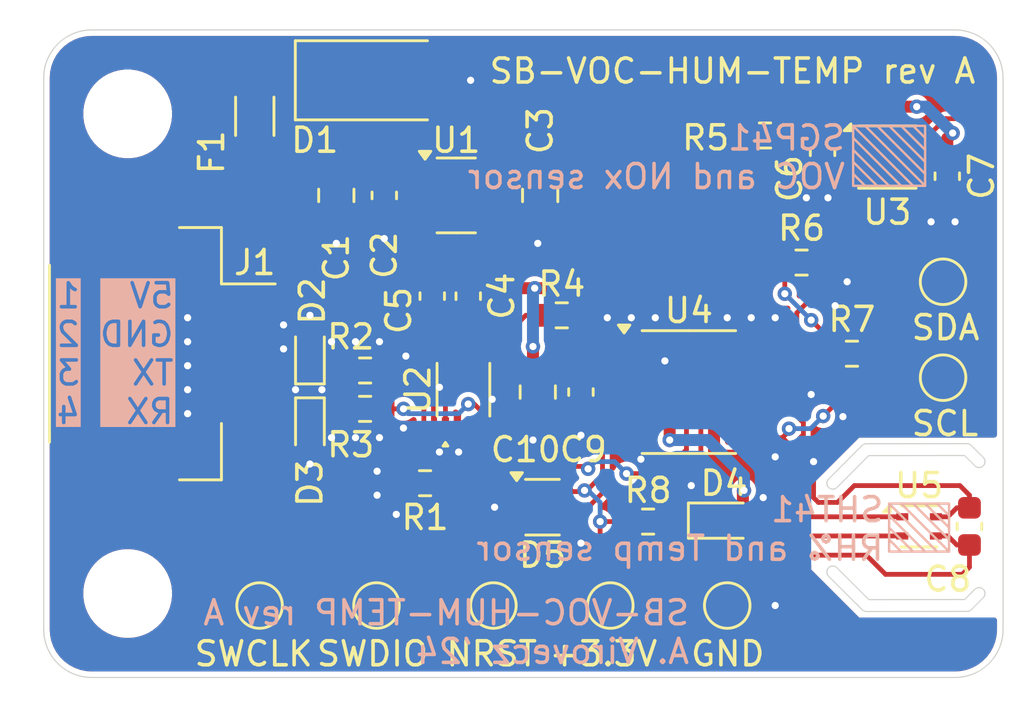
<source format=kicad_pcb>
(kicad_pcb (version 20240108) (generator "pcbnew") (generator_version "8.0")
  (title_block (title "VOC, Humidity and Temp. Sensor Board") (date "2024-03-29") (rev "A") (comment 1 "Designed by Adam Virovecz"))
  (layers (0 "F.Cu" signal) (31 "B.Cu" signal) (34 "B.Paste" user) (35 "F.Paste" user) (36 "B.SilkS" user "B.Silkscreen") (37 "F.SilkS" user "F.Silkscreen") (38 "B.Mask" user) (39 "F.Mask" user) (44 "Edge.Cuts" user))
  (net 0 "")
  (net 1 "+3.3V")
  (net 2 "GND")
  (net 3 "+5V")
  (net 4 "/UART_TX_SWCLK")
  (net 5 "/NRST_LED")
  (net 6 "/EXT_TX")
  (net 7 "/SWDIO")
  (net 8 "/5V_IN")
  (net 9 "/UART_RX")
  (net 10 "/EXT_RX")
  (net 11 "/I2C_SDA")
  (net 12 "/I2C_SCL")
  (net 13 "Net-(U3-VDD)")
  (net 14 "Net-(D4-K)")
  (net 16 "Net-(U2-A1)")
  (net 17 "Net-(U2-B1Y)")
  (net 18 "Net-(U2-A2Y)")
  (net 19 "Net-(U2-B2)")
  (footprint "Diode_SMD:D_SMA" (layer "F.Cu") (at 44 32.1)
    (property "Reference" "D1")
    (property "Value" "SMAJ5.0A")
  )
  (footprint "Resistor_SMD:R_0603_1608Metric" (layer "F.Cu") (at 43.4 45.8)
    (property "Reference" "R3")
    (property "Value" "10 Ω")
  )
  (footprint "TestPoint:TestPoint_Pad_D1.5mm" (layer "F.Cu") (at 53.625 54)
    (property "Reference" "TP1" (hide yes))
    (property "Value" "+3.3V")
  )
  (footprint "Capacitor_SMD:C_0603_1608Metric" (layer "F.Cu") (at 47.7 41.1 90)
    (property "Reference" "C4")
    (property "Value" "100 nF")
  )
  (footprint "Capacitor_SMD:C_0805_2012Metric" (layer "F.Cu") (at 42.2 36.9 -90)
    (property "Reference" "C1")
    (property "Value" "10 µF")
  )
  (footprint "Resistor_SMD:R_0603_1608Metric" (layer "F.Cu") (at 60.075 34.4)
    (property "Reference" "R5")
    (property "Value" "4.7 Ω")
  )
  (footprint "Resistor_SMD:R_0603_1608Metric" (layer "F.Cu") (at 43.4 44.2 180)
    (property "Reference" "R2")
    (property "Value" "10 Ω")
  )
  (footprint "Resistor_SMD:R_0603_1608Metric" (layer "F.Cu") (at 55.2 50.5 180)
    (property "Reference" "R8")
    (property "Value" "680 Ω")
  )
  (footprint "Diode_SMD:D_SOD-523" (layer "F.Cu") (at 41.1 46.6 -90)
    (property "Reference" "D3")
    (property "Value" "ESD5Z5.0T5G")
  )
  (footprint "Diode_SMD:D_SOD-523" (layer "F.Cu") (at 41.1 43.5 90)
    (property "Reference" "D2")
    (property "Value" "ESD5Z5.0T5G")
  )
  (footprint "Capacitor_SMD:C_0603_1608Metric" (layer "F.Cu") (at 46.2 41.1 90)
    (property "Reference" "C5")
    (property "Value" "100 nF")
  )
  (footprint "Capacitor_SMD:C_0603_1608Metric" (layer "F.Cu") (at 68.6 50.7 90)
    (property "Reference" "C8")
    (property "Value" "1 µF")
  )
  (footprint "TestPoint:TestPoint_Pad_D1.5mm" (layer "F.Cu") (at 58.5 54)
    (property "Reference" "TP5" (hide yes))
    (property "Value" "GND")
  )
  (footprint "Sensor_Humidity:Sensirion_DFN-4_1.5x1.5mm_P0.8mm_SHT4x_NoCentralPad" (layer "F.Cu") (at 66.5 50.7)
    (property "Reference" "U5")
    (property "Value" "SHT4x")
  )
  (footprint "LED_SMD:LED_0603_1608Metric" (layer "F.Cu") (at 58.365 50.46)
    (property "Reference" "D4")
    (property "Value" "150060VS75000")
  )
  (footprint "Connector_Molex_CLIK-Mate:Molex_CLIK_Mate_213226_0410_1x04_1MP_P1.50mm_Horizontal" (layer "F.Cu") (at 35.625 43.5 -90)
    (property "Reference" "J1")
    (property "Value" "Main_Connector")
  )
  (footprint "Fuse_Littelfuse:Fuse_LittelFuse_nanoSMDC_Series" (layer "F.Cu") (at 38.8 33.6 90)
    (property "Reference" "F1")
    (property "Value" "0.35A PPTC")
  )
  (footprint "Capacitor_SMD:C_0603_1608Metric" (layer "F.Cu") (at 62.475 35.1 -90)
    (property "Reference" "C6")
    (property "Value" "1 µF")
  )
  (footprint "Resistor_SMD:R_0603_1608Metric" (layer "F.Cu") (at 61.6 39.7)
    (property "Reference" "R6")
    (property "Value" "10k")
  )
  (footprint "Capacitor_SMD:C_0603_1608Metric" (layer "F.Cu") (at 44.2 36.9 -90)
    (property "Reference" "C2")
    (property "Value" "1 µF")
  )
  (footprint "TestPoint:TestPoint_Pad_D1.5mm" (layer "F.Cu") (at 43.875 54)
    (property "Reference" "TP3" (hide yes))
    (property "Value" "SWDIO")
  )
  (footprint "Capacitor_SMD:C_0805_2012Metric" (layer "F.Cu") (at 50.6 45.1 -90)
    (property "Reference" "C10")
    (property "Value" "4.7 µF")
  )
  (footprint "MountingHole:MountingHole_3.2mm_M3_ISO7380" (layer "F.Cu") (at 33.5 33.5)
    (property "Reference" "H1" (hide yes))
    (property "Value" "MountingHole")
  )
  (footprint "Capacitor_SMD:C_0805_2012Metric" (layer "F.Cu") (at 50.7 36.9 -90)
    (property "Reference" "C3")
    (property "Value" "4.7 µF")
  )
  (footprint "TestPoint:TestPoint_Pad_D1.5mm" (layer "F.Cu") (at 67.5 44.5)
    (property "Reference" "TP6" (hide yes))
    (property "Value" "SCL")
  )
  (footprint "TestPoint:TestPoint_Pad_D1.5mm" (layer "F.Cu") (at 48.75 54)
    (property "Reference" "TP4" (hide yes))
    (property "Value" "NRST")
  )
  (footprint "Package_SO:VSSOP-8_2.3x2mm_P0.5mm" (layer "F.Cu") (at 47.5 45 90)
    (property "Reference" "U2")
    (property "Value" "TXU0202DCUR")
  )
  (footprint "Package_SO:SOIC-8_3.9x4.9mm_P1.27mm" (layer "F.Cu") (at 56.9 45.1)
    (property "Reference" "U4")
    (property "Value" "STM32G030J6Mx")
  )
  (footprint "Package_DFN_QFN_Custom:DFN-6-1EP_2.44x2.44mm_P0.8mm_EP1.25x1.64mm" (layer "F.Cu") (at 65.175 35.3)
    (property "Reference" "U3")
    (property "Value" "SGP41-D-R4")
  )
  (footprint "Package_TO_SOT_SMD:SOT-353_SC-70-5" (layer "F.Cu") (at 50.8 49.9)
    (property "Reference" "D5")
    (property "Value" "ESDALC6V1W5")
  )
  (footprint "Resistor_SMD:R_0603_1608Metric" (layer "F.Cu") (at 63.7 43.5)
    (property "Reference" "R7")
    (property "Value" "10k")
  )
  (footprint "TestPoint:TestPoint_Pad_D1.5mm" (layer "F.Cu") (at 67.5 40.5)
    (property "Reference" "TP7" (hide yes))
    (property "Value" "SDA")
  )
  (footprint "TestPoint:TestPoint_Pad_D1.5mm" (layer "F.Cu") (at 39 54)
    (property "Reference" "TP2" (hide yes))
    (property "Value" "SWCLK")
  )
  (footprint "Capacitor_SMD:C_0603_1608Metric" (layer "F.Cu") (at 52.4 45.1 -90)
    (property "Reference" "C9")
    (property "Value" "100 nF")
  )
  (footprint "Resistor_SMD:R_0603_1608Metric" (layer "F.Cu") (at 51.6 41.9)
    (property "Reference" "R4")
    (property "Value" "10 Ω")
  )
  (footprint "Capacitor_SMD:C_0603_1608Metric" (layer "F.Cu") (at 67.675 36.1 -90)
    (property "Reference" "C7")
    (property "Value" "1 µF")
  )
  (footprint "Resistor_SMD:R_0603_1608Metric" (layer "F.Cu") (at 45.9 48.9 180)
    (property "Reference" "R1")
    (property "Value" "10 Ω")
  )
  (footprint "Package_TO_SOT_SMD:SOT-23-5" (layer "F.Cu") (at 47.2 36.9)
    (property "Reference" "U1")
    (property "Value" "TPS7A2033PDBVR")
  )
  (footprint "MountingHole:MountingHole_3.2mm_M3_ISO7380" (layer "F.Cu") (at 33.5 53.5)
    (property "Reference" "H2" (hide yes))
    (property "Value" "MountingHole")
  )
  (gr_line (start 65.75 49.75) (end 67.75 51.75) (stroke (width 0.1)) (layer "B.SilkS"))
  (gr_rect (start 65.25 49.75) (end 67.75 51.75) (stroke (width 0.1)) (fill none) (layer "B.SilkS"))
  (gr_line (start 63.75 36) (end 64.25 36.5) (stroke (width 0.1)) (layer "B.SilkS"))
  (gr_line (start 64.25 34) (end 66.75 36.5) (stroke (width 0.1)) (layer "B.SilkS"))
  (gr_line (start 65.75 34) (end 66.75 35) (stroke (width 0.1)) (layer "B.SilkS"))
  (gr_line (start 66.25 34) (end 66.75 34.5) (stroke (width 0.1)) (layer "B.SilkS"))
  (gr_line (start 66.25 49.75) (end 67.75 51.25) (stroke (width 0.1)) (layer "B.SilkS"))
  (gr_line (start 65.25 50.75) (end 66.25 51.75) (stroke (width 0.1)) (layer "B.SilkS"))
  (gr_line (start 65.25 34) (end 66.75 35.5) (stroke (width 0.1)) (layer "B.SilkS"))
  (gr_line (start 66.75 49.75) (end 67.75 50.75) (stroke (width 0.1)) (layer "B.SilkS"))
  (gr_line (start 63.75 34.5) (end 65.75 36.5) (stroke (width 0.1)) (layer "B.SilkS"))
  (gr_line (start 67.25 49.75) (end 67.75 50.25) (stroke (width 0.1)) (layer "B.SilkS"))
  (gr_line (start 64.75 34) (end 66.75 36) (stroke (width 0.1)) (layer "B.SilkS"))
  (gr_line (start 63.75 35.5) (end 64.75 36.5) (stroke (width 0.1)) (layer "B.SilkS"))
  (gr_line (start 65.25 50.25) (end 66.75 51.75) (stroke (width 0.1)) (layer "B.SilkS"))
  (gr_line (start 63.75 34) (end 66.25 36.5) (stroke (width 0.1)) (layer "B.SilkS"))
  (gr_line (start 65.25 49.75) (end 67.25 51.75) (stroke (width 0.1)) (layer "B.SilkS"))
  (gr_line (start 63.75 35) (end 65.25 36.5) (stroke (width 0.1)) (layer "B.SilkS"))
  (gr_line (start 65.25 51.25) (end 65.75 51.75) (stroke (width 0.1)) (layer "B.SilkS"))
  (gr_rect (start 63.75 34) (end 66.75 36.5) (stroke (width 0.1)) (fill none) (layer "B.SilkS"))
  (gr_arc (start 68 30) (mid 69.414214 30.585786) (end 70 32) (stroke (width 0.05)) (layer "Edge.Cuts"))
  (gr_poly (pts (xy 63.038892 52.392133) (xy 64.407855 53.754626) (xy 68.401727 53.750111) (xy 68.823223 53.323223) (xy 68.861108 53.292132) (xy 68.951228 53.254803) (xy 69.048772 53.254803) (xy 69.138892 53.292132) (xy 69.207868 53.361108) (xy 69.245197 53.451228) (xy 69.245197 53.548772) (xy 69.207868 53.638892) (xy 68.676777 54.176777) (xy 68.638897 54.207862) (xy 68.638893 54.207867) (xy 68.548773 54.245196) (xy 64.3 54.25) (xy 64.251227 54.245196) (xy 64.161107 54.207867) (xy 64.160896 54.207656) (xy 62.723223 52.776777) (xy 62.692133 52.738892) (xy 62.654804 52.648772) (xy 62.654804 52.551228) (xy 62.692133 52.461108) (xy 62.761108 52.392133) (xy 62.851228 52.354804) (xy 62.948772 52.354804)) (stroke (width 0.05)) (fill none) (layer "Edge.Cuts"))
  (gr_arc (start 70 55) (mid 69.414214 56.414214) (end 68 57) (stroke (width 0.05)) (layer "Edge.Cuts"))
  (gr_poly (pts (xy 68.548773 47.254804) (xy 68.638893 47.292133) (xy 68.638971 47.292211) (xy 69.176777 47.823223) (xy 69.207868 47.861108) (xy 69.245197 47.951228) (xy 69.245197 48.048772) (xy 69.207868 48.138892) (xy 69.138892 48.207868) (xy 69.048772 48.245197) (xy 68.951228 48.245197) (xy 68.861108 48.207868) (xy 68.392695 47.745372) (xy 64.397393 47.749889) (xy 63.076777 49.076777) (xy 63.038892 49.107867) (xy 62.948772 49.145196) (xy 62.851228 49.145196) (xy 62.761108 49.107867) (xy 62.692133 49.038892) (xy 62.654804 48.948772) (xy 62.654804 48.851228) (xy 62.692133 48.761108) (xy 64.123223 47.323223) (xy 64.161102 47.292137) (xy 64.161107 47.292133) (xy 64.251227 47.254804) (xy 68.5 47.25)) (stroke (width 0.05)) (fill none) (layer "Edge.Cuts"))
  (gr_arc (start 30 32) (mid 30.585786 30.585786) (end 32 30) (stroke (width 0.05)) (layer "Edge.Cuts"))
  (gr_line (start 30 55) (end 30 32) (stroke (width 0.05)) (layer "Edge.Cuts"))
  (gr_line (start 70 32) (end 70 55) (stroke (width 0.05)) (layer "Edge.Cuts"))
  (gr_arc (start 32 57) (mid 30.585786 56.414214) (end 30 55) (stroke (width 0.05)) (layer "Edge.Cuts"))
  (gr_line (start 32 30) (end 68 30) (stroke (width 0.05)) (layer "Edge.Cuts"))
  (gr_line (start 68 57) (end 32 57) (stroke (width 0.05)) (layer "Edge.Cuts"))
  (gr_text "SGP41\nVOC and NOx sensor" (at 63.5 36.7 0) (layer "B.SilkS") (effects (font (size 1 1)) (justify left bottom mirror)))
  (gr_text "5V\nGND\nTX\nRX" (at 35.5 46.5 0) (layer "B.SilkS" knockout) (effects (font (size 1 1)) (justify left bottom mirror)))
  (gr_text "1\n2\n3\n4" (at 31.6 46.5 0) (layer "B.SilkS" knockout) (effects (font (size 1 1)) (justify left bottom mirror)))
  (gr_text "SB-VOC-HUM-TEMP rev ${REVISION}\nA. Virovecz '24" (at 57 56.5 0) (layer "B.SilkS") (effects (font (size 1 1)) (justify left bottom mirror)))
  (gr_text "SHT41\nRH% and Temp sensor" (at 65.1 52.2 0) (layer "B.SilkS") (effects (font (size 1 1)) (justify left bottom mirror)))
  (gr_text "SWDIO" (at 41.3 56.6 0) (layer "F.SilkS") (effects (font (size 1 1)) (justify left bottom)))
  (gr_text "+3.3V" (at 51 56.6 0) (layer "F.SilkS") (effects (font (size 1 1)) (justify left bottom)))
  (gr_text "GND" (at 56.9 56.6 0) (layer "F.SilkS") (effects (font (size 1 1)) (justify left bottom)))
  (gr_text "SWCLK" (at 36.2 56.6 0) (layer "F.SilkS") (effects (font (size 1 1)) (justify left bottom)))
  (gr_text "SCL" (at 66.1 47 0) (layer "F.SilkS") (effects (font (size 1 1)) (justify left bottom)))
  (gr_text "SDA" (at 66.1 43 0) (layer "F.SilkS") (effects (font (size 1 1)) (justify left bottom)))
  (gr_text "SB-VOC-HUM-TEMP rev ${REVISION}" (at 48.5 32.3 0) (layer "F.SilkS") (effects (font (size 1 1)) (justify left bottom)))
  (gr_text "NRST" (at 46.7 56.6 0) (layer "F.SilkS") (effects (font (size 1 1)) (justify left bottom)))
  (segment (start 56.708235 44.738395) (end 56.708235 39.108235) (width 0.5) (layer "F.Cu") (net 1))
  (segment (start 62.875 42.975) (end 62 42.1) (width 0.2) (layer "F.Cu") (net 1))
  (segment (start 66.325 35.3) (end 67.65 35.3) (width 0.2) (layer "F.Cu") (net 1))
  (segment (start 50.471428 40.767915) (end 48.832085 40.767915) (width 0.5) (layer "F.Cu") (net 1))
  (segment (start 47.75 46.55) (end 47.75 47.2) (width 0.2) (layer "F.Cu") (net 1))
  (segment (start 47.725 41.875) (end 47.7 41.875) (width 0.5) (layer "F.Cu") (net 1))
  (segment (start 68.6 52.4) (end 68.3 52.7) (width 0.2) (layer "F.Cu") (net 1))
  (segment (start 54.425 44.465) (end 53.265 44.465) (width 0.5) (layer "F.Cu") (net 1))
  (segment (start 47.75 47.2) (end 47.85 47.3) (width 0.2) (layer "F.Cu") (net 1))
  (segment (start 61.6 51.9) (end 60.16 50.46) (width 0.2) (layer "F.Cu") (net 1))
  (segment (start 68.6 51.475) (end 68.075 51.475) (width 0.2) (layer "F.Cu") (net 1))
  (segment (start 59.1525 51.2475) (end 58.4 52) (width 0.2) (layer "F.Cu") (net 1))
  (segment (start 50.7 35.95) (end 51.65 35.95) (width 0.5) (layer "F.Cu") (net 1))
  (segment (start 67.675 35.325) (end 67.675 34.525) (width 0.5) (layer "F.Cu") (net 1))
  (segment (start 66.4 33.2) (end 58.6 33.2) (width 0.5) (layer "F.Cu") (net 1))
  (segment (start 47.85 47.3) (end 48.7 47.3) (width 0.2) (layer "F.Cu") (net 1))
  (segment (start 50.4 44.15) (end 51.45 44.15) (width 0.5) (layer "F.Cu") (net 1))
  (segment (start 60.775 39.7) (end 58.1 39.7) (width 0.5) (layer "F.Cu") (net 1))
  (segment (start 58.2 34.4) (end 59.25 34.4) (width 0.5) (layer "F.Cu") (net 1))
  (segment (start 58.6 33.2) (end 58.2 33.6) (width 0.5) (layer "F.Cu") (net 1))
  (segment (start 59.1525 49.2475) (end 59.2 49.2) (width 0.5) (layer "F.Cu") (net 1))
  (segment (start 47.75 43.45) (end 47.75 41.925) (width 0.2) (layer "F.Cu") (net 1))
  (segment (start 49.3 46.7) (end 49.3 44.565686) (width 0.2) (layer "F.Cu") (net 1))
  (segment (start 54.8 39.1) (end 54.7 39.2) (width 0.5) (layer "F.Cu") (net 1))
  (segment (start 67.675 34.525) (end 67.9 34.3) (width 0.5) (layer "F.Cu") (net 1))
  (segment (start 50.471428 40.767915) (end 53.132085 40.767915) (width 0.5) (layer "F.Cu") (net 1))
  (segment (start 53.265 44.465) (end 53.125 44.325) (width 0.5) (layer "F.Cu") (net 1))
  (segment (start 67.65 35.3) (end 67.675 35.325) (width 0.2) (layer "F.Cu") (net 1))
  (segment (start 60.9 39.825) (end 60.775 39.7) (width 0.2) (layer "F.Cu") (net 1))
  (segment (start 68.6 51.475) (end 68.6 52.4) (width 0.2) (layer "F.Cu") (net 1))
  (segment (start 60.16 50.46) (end 59.1525 50.46) (width 0.2) (layer "F.Cu") (net 1))
  (segment (start 51.65 35.95) (end 53.2 34.4) (width 0.5) (layer "F.Cu") (net 1))
  (segment (start 56.7 39.1) (end 54.8 39.1) (width 0.5) (layer "F.Cu") (net 1))
  (segment (start 53.132085 40.767915) (end 54.7 39.2) (width 0.5) (layer "F.Cu") (net 1))
  (segment (start 53.625 53.975) (end 53.625 54) (width 0.2) (layer "F.Cu") (net 1))
  (segment (start 68.075 51.475) (end 67.7 51.1) (width 0.2) (layer "F.Cu") (net 1))
  (segment (start 67.7 51.1) (end 67.2 51.1) (width 0.2) (layer "F.Cu") (net 1))
  (segment (start 58.2 33.6) (end 58.2 34.4) (width 0.5) (layer "F.Cu") (net 1))
  (segment (start 48.3375 35.95) (end 50.7 35.95) (width 0.5) (layer "F.Cu") (net 1))
  (segment (start 51.45 44.15) (end 51.625 44.325) (width 0.5) (layer "F.Cu") (net 1))
  (segment (start 47.75 41.925) (end 47.7 41.875) (width 0.2) (layer "F.Cu") (net 1))
  (segment (start 56.708235 39.108235) (end 56.7 39.1) (width 0.5) (layer "F.Cu") (net 1))
  (segment (start 58.2 34.4) (end 53.2 34.4) (width 0.5) (layer "F.Cu") (net 1))
  (segment (start 59.1525 50.46) (end 59.1525 49.2475) (width 0.5) (layer "F.Cu") (net 1))
  (segment (start 56.1 47.1) (end 56.1 45.34663) (width 0.5) (layer "F.Cu") (net 1))
  (segment (start 65.1 52.7) (end 64.3 51.9) (width 0.2) (layer "F.Cu") (net 1))
  (segment (start 60.9 41) (end 60.9 39.825) (width 0.2) (layer "F.Cu") (net 1))
  (segment (start 49.715686 44.15) (end 50.6 44.15) (width 0.2) (layer "F.Cu") (net 1))
  (segment (start 57.5 39.1) (end 56.7 39.1) (width 0.5) (layer "F.Cu") (net 1))
  (segment (start 68.3 52.7) (end 65.1 52.7) (width 0.2) (layer "F.Cu") (net 1))
  (segment (start 58.1 39.7) (end 57.5 39.1) (width 0.5) (layer "F.Cu") (net 1))
  (segment (start 55.6 52) (end 53.625 53.975) (width 0.2) (layer "F.Cu") (net 1))
  (segment (start 59.1525 50.46) (end 59.1525 51.2475) (width 0.2) (layer "F.Cu") (net 1))
  (segment (start 56.1 45.34663) (end 56.708235 44.738395) (width 0.5) (layer "F.Cu") (net 1))
  (segment (start 49.3 44.565686) (end 49.715686 44.15) (width 0.2) (layer "F.Cu") (net 1))
  (segment (start 64.3 51.9) (end 61.6 51.9) (width 0.2) (layer "F.Cu") (net 1))
  (segment (start 54.7 39) (end 54.7 39.2) (width 0.5) (layer "F.Cu") (net 1))
  (segment (start 48.832085 40.767915) (end 47.725 41.875) (width 0.5) (layer "F.Cu") (net 1))
  (segment (start 53.125 44.325) (end 52.4 44.325) (width 0.5) (layer "F.Cu") (net 1))
  (segment (start 51.625 44.325) (end 52.4 44.325) (width 0.5) (layer "F.Cu") (net 1))
  (segment (start 48.7 47.3) (end 49.3 46.7) (width 0.2) (layer "F.Cu") (net 1))
  (segment (start 62.875 43.5) (end 62.875 42.975) (width 0.2) (layer "F.Cu") (net 1))
  (segment (start 51.65 35.95) (end 54.7 39) (width 0.5) (layer "F.Cu") (net 1))
  (segment (start 58.4 52) (end 55.6 52) (width 0.2) (layer "F.Cu") (net 1))
  (segment (start 50.4 44.15) (end 50.4 43.2) (width 0.5) (layer "F.Cu") (net 1))
  (via (at 50.471428 40.767915) (size 0.6) (drill 0.3) (layers "F.Cu" "B.Cu") (net 1))
  (via (at 59.2 49.2) (size 0.6) (drill 0.3) (layers "F.Cu" "B.Cu") (net 1))
  (via (at 60.9 41) (size 0.6) (drill 0.3) (layers "F.Cu" "B.Cu") (net 1))
  (via (at 66.4 33.2) (size 0.6) (drill 0.3) (layers "F.Cu" "B.Cu") (net 1))
  (via (at 50.4 43.2) (size 0.6) (drill 0.3) (layers "F.Cu" "B.Cu") (net 1))
  (via (at 67.9 34.3) (size 0.6) (drill 0.3) (layers "F.Cu" "B.Cu") (net 1))
  (via (at 62 42.1) (size 0.6) (drill 0.3) (layers "F.Cu" "B.Cu") (net 1))
  (via (at 56.1 47.1) (size 0.6) (drill 0.3) (layers "F.Cu" "B.Cu") (net 1))
  (segment (start 56.1 47.1) (end 57.7 47.1) (width 0.5) (layer "B.Cu") (net 1))
  (segment (start 50.4 40.839343) (end 50.4 43.2) (width 0.5) (layer "B.Cu") (net 1))
  (segment (start 66.8 33.2) (end 66.4 33.2) (width 0.5) (layer "B.Cu") (net 1))
  (segment (start 62 42.1) (end 60.9 41) (width 0.2) (layer "B.Cu") (net 1))
  (segment (start 59.2 48.6) (end 59.2 49.2) (width 0.5) (layer "B.Cu") (net 1))
  (segment (start 50.471428 40.767915) (end 50.4 40.839343) (width 0.5) (layer "B.Cu") (net 1))
  (segment (start 57.7 47.1) (end 59.2 48.6) (width 0.5) (layer "B.Cu") (net 1))
  (segment (start 67.9 34.3) (end 66.8 33.2) (width 0.5) (layer "B.Cu") (net 1))
  (segment (start 41.1 42.8) (end 41.1 41.9) (width 0.2) (layer "F.Cu") (net 2))
  (segment (start 50.4 46.05) (end 52.225 46.05) (width 0.5) (layer "F.Cu") (net 2))
  (segment (start 67.55 36.875) (end 67.675 36.875) (width 0.2) (layer "F.Cu") (net 2))
  (segment (start 63.1 49.7) (end 63.8 49) (width 0.2) (layer "F.Cu") (net 2))
  (segment (start 67.2 50.3) (end 67.7 50.3) (width 0.2) (layer "F.Cu") (net 2))
  (segment (start 63.8 49) (end 68.2 49) (width 0.2) (layer "F.Cu") (net 2))
  (segment (start 52.54 45.735) (end 52.4 45.875) (width 0.5) (layer "F.Cu") (net 2))
  (segment (start 62.1 48) (end 62.1 49.5) (width 0.2) (layer "F.Cu") (net 2))
  (segment (start 63 35.875) (end 62.475 35.875) (width 0.2) (layer "F.Cu") (net 2))
  (segment (start 54.425 45.735) (end 52.54 45.735) (width 0.5) (layer "F.Cu") (net 2))
  (segment (start 64.025 35.3) (end 63.575 35.3) (width 0.2) (layer "F.Cu") (net 2))
  (segment (start 62.3 49.7) (end 63.1 49.7) (width 0.2) (layer "F.Cu") (net 2))
  (segment (start 64.025 35.3) (end 65.175 35.3) (width 0.2) (layer "F.Cu") (net 2))
  (segment (start 52.225 46.05) (end 52.4 45.875) (width 0.5) (layer "F.Cu") (net 2))
  (segment (start 50.7 38.8) (end 50.6 38.9) (width 0.2) (layer "F.Cu") (net 2))
  (segment (start 62.1 49.5) (end 62.3 49.7) (width 0.2) (layer "F.Cu") (net 2))
  (segment (start 50.7 37.85) (end 50.7 38.8) (width 0.2) (layer "F.Cu") (net 2))
  (segment (start 42.2 37.85) (end 42.2 38.9) (width 0.5) (layer "F.Cu") (net 2))
  (segment (start 68.075 49.925) (end 68.6 49.925) (width 0.2) (layer "F.Cu") (net 2))
  (segment (start 66.325 36.1) (end 65.975 36.1) (width 0.2) (layer "F.Cu") (net 2))
  (segment (start 68.2 49) (end 68.6 49.4) (width 0.2) (layer "F.Cu") (net 2))
  (segment (start 41.1 47.2) (end 41.1 48.1) (width 0.2) (layer "F.Cu") (net 2))
  (segment (start 50.4 46.05) (end 50.4 47.1) (width 0.2) (layer "F.Cu") (net 2))
  (segment (start 66.775 36.1) (end 67.55 36.875) (width 0.2) (layer "F.Cu") (net 2))
  (segment (start 42.2 37.85) (end 43.25 37.85) (width 0.5) (layer "F.Cu") (net 2))
  (segment (start 63.575 35.3) (end 63 35.875) (width 0.2) (layer "F.Cu") (net 2))
  (segment (start 52.4 45.875) (end 52.4 46.9) (width 0.2) (layer "F.Cu") (net 2))
  (segment (start 65.975 36.1) (end 65.175 35.3) (width 0.2) (layer "F.Cu") (net 2))
  (segment (start 43.25 37.85) (end 43.425 37.675) (width 0.5) (layer "F.Cu") (net 2))
  (segment (start 66.325 36.1) (end 66.775 36.1) (width 0.2) (layer "F.Cu") (net 2))
  (segment (start 44.975 36.9) (end 46.0625 36.9) (width 0.5) (layer "F.Cu") (net 2))
  (segment (start 44.2 37.675) (end 44.2 38.7) (width 0.5) (layer "F.Cu") (net 2))
  (segment (start 68.6 49.4) (end 68.6 49.925) (width 0.2) (layer "F.Cu") (net 2))
  (segment (start 67.7 50.3) (end 68.075 49.925) (width 0.2) (layer "F.Cu") (net 2))
  (segment (start 49.85 49.9) (end 48.8 49.9) (width 0.2) (layer "F.Cu") (net 2))
  (segment (start 46 32.1) (end 47.8 32.1) (width 0.2) (layer "F.Cu") (net 2))
  (segment (start 43.425 37.675) (end 44.2 37.675) (width 0.5) (layer "F.Cu") (net 2))
  (segment (start 58.5 54) (end 60.5 54) (width 0.2) (layer "F.Cu") (net 2))
  (segment (start 44.2 37.675) (end 44.975 36.9) (width 0.5) (layer "F.Cu") (net 2))
  (via (at 48.7 45.4) (size 0.6) (drill 0.3) (layers "F.Cu" "B.Cu") (net 2))
  (via (at 36 46) (size 0.6) (drill 0.3) (layers "F.Cu" "B.Cu") (net 2))
  (via (at 44 47) (size 0.6) (drill 0.3) (layers "F.Cu" "B.Cu") (net 2))
  (via (at 41.1 48.1) (size 0.6) (drill 0.3) (layers "F.Cu" "B.Cu") (net 2))
  (via (at 42.2 38.9) (size 0.6) (drill 0.3) (layers "F.Cu" "B.Cu") (net 2))
  (via (at 45.1 43.6) (size 0.6) (drill 0.3) (layers "F.Cu" "B.Cu") (net 2))
  (via (at 44.2 38.7) (size 0.6) (drill 0.3) (layers "F.Cu" "B.Cu") (net 2))
  (via (at 60.5 47.8) (size 0.6) (drill 0.3) (layers "F.Cu" "B.Cu") (net 2))
  (via (at 63 41.5) (size 0.6) (drill 0.3) (layers "F.Cu" "B.Cu") (net 2))
  (via (at 40 43.3) (size 0.6) (drill 0.3) (layers "F.Cu" "B.Cu") (net 2))
  (via (at 50.6 38.9) (size 0.6) (drill 0.3) (layers "F.Cu" "B.Cu") (net 2))
  (via (at 50.4 47.1) (size 0.6) (drill 0.3) (layers "F.Cu" "B.Cu") (net 2))
  (via (at 63.5 40.5) (size 0.6) (drill 0.3) (layers "F.Cu" "B.Cu") (net 2))
  (via (at 43.9 48.4) (size 0.6) (drill 0.3) (layers "F.Cu" "B.Cu") (net 2))
  (via (at 42 47) (size 0.6) (drill 0.3) (layers "F.Cu" "B.Cu") (net 2))
  (via (at 46.5 47.6) (size 0.6) (drill 0.3) (layers "F.Cu" "B.Cu") (net 2))
  (via (at 62.7 37) (size 0.6) (drill 0.3) (layers "F.Cu" "B.Cu") (net 2))
  (via (at 52.4 46.9) (size 0.6) (drill 0.3) (layers "F.Cu" "B.Cu") (net 2))
  (via (at 47.3 47.6) (size 0.6) (drill 0.3) (layers "F.Cu" "B.Cu") (net 2))
  (via (at 52.4 51.4) (size 0.6) (drill 0.3) (layers "F.Cu" "B.Cu") (net 2))
  (via (at 62.1 48) (size 0.6) (drill 0.3) (layers "F.Cu" "B.Cu") (net 2))
  (via (at 43 47) (size 0.6) (drill 0.3) (layers "F.Cu" "B.Cu") (net 2))
  (via (at 36 42) (size 0.6) (drill 0.3) (layers "F.Cu" "B.Cu") (net 2))
  (via (at 53.5 42) (size 0.6) (drill 0.3) (layers "F.Cu" "B.Cu") (net 2))
  (via (at 59.5 42) (size 0.6) (drill 0.3) (layers "F.Cu" "B.Cu") (net 2))
  (via (at 60 49.5) (size 0.6) (drill 0.3) (layers "F.Cu" "B.Cu") (net 2))
  (via (at 60.5 54) (size 0.6) (drill 0.3) (layers "F.Cu" "B.Cu") (net 2))
  (via (at 40 42.3) (size 0.6) (drill 0.3) (layers "F.Cu" "B.Cu") (net 2))
  (via (at 40.5 45) (size 0.6) (drill 0.3) (layers "F.Cu" "B.Cu") (net 2))
  (via (at 61.8 37) (size 0.6) (drill 0.3) (layers "F.Cu" "B.Cu") (net 2))
  (via (at 36 43) (size 0.6) (drill 0.3) (layers "F.Cu" "B.Cu") (net 2))
  (via (at 58.5 42) (size 0.6) (drill 0.3) (layers "F.Cu" "B.Cu") (net 2))
  (via (at 36 45) (size 0.6) (drill 0.3) (layers "F.Cu" "B.Cu") (net 2))
  (via (at 36 44) (size 0.6) (drill 0.3) (layers "F.Cu" "B.Cu") (net 2))
  (via (at 41.1 41.9) (size 0.6) (drill 0.3) (layers "F.Cu" "B.Cu") (net 2))
  (via (at 44.7 50.2) (size 0.6) (drill 0.3) (layers "F.Cu" "B.Cu") (net 2))
  (via (at 54.5 42) (size 0.6) (drill 0.3) (layers "F.Cu" "B.Cu") (net 2))
  (via (at 62 45.2) (size 0.6) (drill 0.3) (layers "F.Cu" "B.Cu") (net 2))
  (via (at 43.9 49.4) (size 0.6) (drill 0.3) (layers "F.Cu" "B.Cu") (net 2))
  (via (at 54.9 47.9) (size 0.6) (drill 0.3) (layers "F.Cu" "B.Cu") (net 2))
  (via (at 68 38) (size 0.6) (drill 0.3) (layers "F.Cu" "B.Cu") (net 2))
  (via (at 48.8 49.9) (size 0.6) (drill 0.3) (layers "F.Cu" "B.Cu") (net 2))
  (via (at 46.5 44.9) (size 0.6) (drill 0.3) (layers "F.Cu" "B.Cu") (net 2))
  (via (at 42 43) (size 0.6) (drill 0.3) (layers "F.Cu" "B.Cu") (net 2))
  (via (at 55.9 43.8) (size 0.6) (drill 0.3) (layers "F.Cu" "B.Cu") (net 2))
  (via (at 67 38) (size 0.6) (drill 0.3) (layers "F.Cu" "B.Cu") (net 2))
  (via (at 57 49) (size 0.6) (drill 0.3) (layers "F.Cu" "B.Cu") (net 2))
  (via (at 60.5 42) (size 0.6) (drill 0.3) (layers "F.Cu" "B.Cu") (net 2))
  (via (at 41.6 45) (size 0.6) (drill 0.3) (layers "F.Cu" "B.Cu") (net 2))
  (via (at 55.5 42) (size 0.6) (drill 0.3) (layers "F.Cu" "B.Cu") (net 2))
  (via (at 45 46.6) (size 0.6) (drill 0.3) (layers "F.Cu" "B.Cu") (net 2))
  (via (at 63.324265 46.124265) (size 0.6) (drill 0.3) (layers "F.Cu" "B.Cu") (net 2))
  (via (at 47.8 32.1) (size 0.6) (drill 0.3) (layers "F.Cu" "B.Cu") (net 2))
  (via (at 43 43) (size 0.6) (drill 0.3) (layers "F.Cu" "B.Cu") (net 2))
  (via (at 44 43) (size 0.6) (drill 0.3) (layers "F.Cu" "B.Cu") (net 2))
  (segment (start 42.2 32.3) (end 42 32.1) (width 0.75) (layer "F.Cu") (net 3))
  (segment (start 45.05 35.95) (end 44.875 36.125) (width 0.5) (layer "F.Cu") (net 3))
  (segment (start 42.2 35.95) (end 42.2 32.3) (width 0.75) (layer "F.Cu") (net 3))
  (segment (start 41.05 35.95) (end 40.7 36.3) (width 0.5) (layer "F.Cu") (net 3))
  (segment (start 47.1 37.4) (end 47.1 36.325001) (width 0.2) (layer "F.Cu") (net 3))
  (segment (start 47.1 36.325001) (end 46.724999 35.95) (width 0.2) (layer "F.Cu") (net 3))
  (segment (start 38.8 32.1) (end 42 32.1) (width 0.75) (layer "F.Cu") (net 3))
  (segment (start 42.2 35.95) (end 43.25 35.95) (width 0.75) (layer "F.Cu") (net 3))
  (segment (start 43.425 36.125) (end 44.2 36.125) (width 0.75) (layer "F.Cu") (net 3))
  (segment (start 42.2 35.95) (end 41.05 35.95) (width 0.5) (layer "F.Cu") (net 3))
  (segment (start 47.05 42.6) (end 46.4 42.6) (width 0.2) (layer "F.Cu") (net 3))
  (segment (start 43.25 35.95) (end 43.425 36.125) (width 0.75) (layer "F.Cu") (net 3))
  (segment (start 46.65 37.85) (end 47.1 37.4) (width 0.2) (layer "F.Cu") (net 3))
  (segment (start 40.7 40.1) (end 42.475 41.875) (width 0.5) (layer "F.Cu") (net 3))
  (segment (start 42.475 41.875) (end 46.2 41.875) (width 0.5) (layer "F.Cu") (net 3))
  (segment (start 47.25 42.8) (end 47.05 42.6) (width 0.2) (layer "F.Cu") (net 3))
  (segment (start 46.0625 35.95) (end 45.05 35.95) (width 0.5) (layer "F.Cu") (net 3))
  (segment (start 44.875 36.125) (end 44.2 36.125) (width 0.5) (layer "F.Cu") (net 3))
  (segment (start 47.25 43.45) (end 47.25 42.8) (width 0.2) (layer "F.Cu") (net 3))
  (segment (start 46.2 42.4) (end 46.2 41.875) (width 0.2) (layer "F.Cu") (net 3))
  (segment (start 40.7 36.3) (end 40.7 40.1) (width 0.5) (layer "F.Cu") (net 3))
  (segment (start 46.724999 35.95) (end 46.0625 35.95) (width 0.2) (layer "F.Cu") (net 3))
  (segment (start 46.0625 37.85) (end 46.65 37.85) (width 0.2) (layer "F.Cu") (net 3))
  (segment (start 46.4 42.6) (end 46.2 42.4) (width 0.2) (layer "F.Cu") (net 3))
  (segment (start 57.258235 44.966212) (end 57.258235 43.741765) (width 0.2) (layer "F.Cu") (net 4))
  (segment (start 46.3 51.5) (end 41.5 51.5) (width 0.2) (layer "F.Cu") (net 4))
  (segment (start 57.258235 43.741765) (end 57.805 43.195) (width 0.2) (layer "F.Cu") (net 4))
  (segment (start 49.85 48.25) (end 49.9 48.2) (width 0.2) (layer "F.Cu") (net 4))
  (segment (start 49.85 49.25) (end 49.85 48.25) (width 0.2) (layer "F.Cu") (net 4))
  (segment (start 48.55 49.25) (end 46.3 51.5) (width 0.2) (layer "F.Cu") (net 4))
  (segment (start 57.805 43.195) (end 59.375 43.195) (width 0.2) (layer "F.Cu") (net 4))
  (segment (start 56.8 45.424448) (end 57.258235 44.966212) (width 0.2) (layer "F.Cu") (net 4))
  (segment (start 56.8 47.5) (end 56.8 45.424448) (width 0.2) (layer "F.Cu") (net 4))
  (segment (start 49.9 48.2) (end 52.6 48.2) (width 0.2) (layer "F.Cu") (net 4))
  (segment (start 54.3 48.5) (end 55.8 48.5) (width 0.2) (layer "F.Cu") (net 4))
  (segment (start 46.725 48.9) (end 47.825 48.9) (width 0.2) (layer "F.Cu") (net 4))
  (segment (start 52.6 48.2) (end 52.7 48.3) (width 0.2) (layer "F.Cu") (net 4))
  (segment (start 41.5 51.5) (end 39 54) (width 0.2) (layer "F.Cu") (net 4))
  (segment (start 55.8 48.5) (end 56.8 47.5) (width 0.2) (layer "F.Cu") (net 4))
  (segment (start 48.525 48.2) (end 49.9 48.2) (width 0.2) (layer "F.Cu") (net 4))
  (segment (start 49.85 49.25) (end 48.55 49.25) (width 0.2) (layer "F.Cu") (net 4))
  (segment (start 47.825 48.9) (end 48.525 48.2) (width 0.2) (layer "F.Cu") (net 4))
  (via (at 54.3 48.5) (size 0.6) (drill 0.3) (layers "F.Cu" "B.Cu") (net 4))
  (via (at 52.7 48.3) (size 0.6) (drill 0.3) (layers "F.Cu" "B.Cu") (net 4))
  (segment (start 53 48) (end 52.7 48.3) (width 0.2) (layer "B.Cu") (net 4))
  (segment (start 53.8 48) (end 53 48) (width 0.2) (layer "B.Cu") (net 4))
  (segment (start 54.3 48.5) (end 53.8 48) (width 0.2) (layer "B.Cu") (net 4))
  (segment (start 53.3 48.548529) (end 53.3 47.7) (width 0.2) (layer "F.Cu") (net 5))
  (segment (start 53.2 52.1) (end 53.2 50.5) (width 0.2) (layer "F.Cu") (net 5))
  (segment (start 53.1 47.2) (end 53.295 47.005) (width 0.2) (layer "F.Cu") (net 5))
  (segment (start 51.3 54) (end 53.2 52.1) (width 0.2) (layer "F.Cu") (net 5))
  (segment (start 52.598529 49.25) (end 53.3 48.548529) (width 0.2) (layer "F.Cu") (net 5))
  (segment (start 53.1 47.5) (end 53.1 47.2) (width 0.2) (layer "F.Cu") (net 5))
  (segment (start 54.375 50.5) (end 53.2 50.5) (width 0.2) (layer "F.Cu") (net 5))
  (segment (start 53.295 47.005) (end 54.425 47.005) (width 0.2) (layer "F.Cu") (net 5))
  (segment (start 53.3 47.7) (end 53.1 47.5) (width 0.2) (layer "F.Cu") (net 5))
  (segment (start 51.75 49.25) (end 52.598529 49.25) (width 0.2) (layer "F.Cu") (net 5))
  (segment (start 48.75 54) (end 51.3 54) (width 0.2) (layer "F.Cu") (net 5))
  (segment (start 54.43 47) (end 54.425 47.005) (width 0.2) (layer "F.Cu") (net 5))
  (via (at 52.55 49.201471) (size 0.6) (drill 0.3) (layers "F.Cu" "B.Cu") (net 5))
  (via (at 53.2 50.5) (size 0.6) (drill 0.3) (layers "F.Cu" "B.Cu") (net 5))
  (segment (start 53.2 49.7) (end 52.701471 49.201471) (width 0.2) (layer "B.Cu") (net 5))
  (segment (start 53.2 50.5) (end 53.2 49.7) (width 0.2) (layer "B.Cu") (net 5))
  (segment (start 52.701471 49.201471) (end 52.55 49.201471) (width 0.2) (layer "B.Cu") (net 5))
  (segment (start 40.95 44.25) (end 41.1 44.1) (width 0.2) (layer "F.Cu") (net 6))
  (segment (start 41.2 44.3) (end 41.1 44.2) (width 0.2) (layer "F.Cu") (net 6))
  (segment (start 38.2 44.25) (end 40.95 44.25) (width 0.2) (layer "F.Cu") (net 6))
  (segment (start 38.25 44.3) (end 38.2 44.25) (width 0.2) (layer "F.Cu") (net 6))
  (segment (start 41.1 44.2) (end 42.575 44.2) (width 0.2) (layer "F.Cu") (net 6))
  (segment (start 50.6 51.4) (end 49.95 52.05) (width 0.2) (layer "F.Cu") (net 7))
  (segment (start 56 49.1) (end 57.4 47.7) (width 0.2) (layer "F.Cu") (net 7))
  (segment (start 50.85 50.55) (end 50.6 50.8) (width 0.2) (layer "F.Cu") (net 7))
  (segment (start 50.6 50.8) (end 50.6 51.4) (width 0.2) (layer "F.Cu") (net 7))
  (segment (start 43.875 54) (end 45.825 52.05) (width 0.2) (layer "F.Cu") (net 7))
  (segment (start 53.5 49.1) (end 56 49.1) (width 0.2) (layer "F.Cu") (net 7))
  (segment (start 52.05 50.55) (end 53.5 49.1) (width 0.2) (layer "F.Cu") (net 7))
  (segment (start 45.825 52.05) (end 49.95 52.05) (width 0.2) (layer "F.Cu") (net 7))
  (segment (start 51.75 50.55) (end 52.05 50.55) (width 0.2) (layer "F.Cu") (net 7))
  (segment (start 51.75 50.55) (end 50.85 50.55) (width 0.2) (layer "F.Cu") (net 7))
  (segment (start 57.4 45.390134) (end 58.325134 44.465) (width 0.2) (layer "F.Cu") (net 7))
  (segment (start 57.4 47.7) (end 57.4 45.390134) (width 0.2) (layer "F.Cu") (net 7))
  (segment (start 58.325134 44.465) (end 59.375 44.465) (width 0.2) (layer "F.Cu") (net 7))
  (segment (start 36.55 41.25) (end 36.2 40.9) (width 0.75) (layer "F.Cu") (net 8))
  (segment (start 38.8 36.8) (end 38.8 35.1) (width 0.75) (layer "F.Cu") (net 8))
  (segment (start 36.2 39.4) (end 38.8 36.8) (width 0.75) (layer "F.Cu") (net 8))
  (segment (start 36.2 40.9) (end 36.2 39.4) (width 0.75) (layer "F.Cu") (net 8))
  (segment (start 38.2 41.25) (end 36.55 41.25) (width 0.75) (layer "F.Cu") (net 8))
  (segment (start 52.895 43.195) (end 54.425 43.195) (width 0.2) (layer "F.Cu") (net 9))
  (segment (start 52.425 42.725) (end 52.895 43.195) (width 0.2) (layer "F.Cu") (net 9))
  (segment (start 52.425 41.9) (end 52.425 42.725) (width 0.2) (layer "F.Cu") (net 9))
  (segment (start 40.15 45.75) (end 38.2 45.75) (width 0.2) (layer "F.Cu") (net 10))
  (segment (start 40.2 45.8) (end 41.1 45.8) (width 0.2) (layer "F.Cu") (net 10))
  (segment (start 41.1 45.8) (end 42.575 45.8) (width 0.2) (layer "F.Cu") (net 10))
  (segment (start 40.15 45.75) (end 40.2 45.8) (width 0.2) (layer "F.Cu") (net 10))
  (segment (start 67.5 40.5) (end 64.55 40.5) (width 0.2) (layer "F.Cu") (net 11))
  (segment (start 63 39.7) (end 62.425 39.7) (width 0.2) (layer "F.Cu") (net 11))
  (segment (start 64.025 36.1) (end 63.575 36.1) (width 0.2) (layer "F.Cu") (net 11))
  (segment (start 61.035 45.735) (end 59.375 45.735) (width 0.2) (layer "F.Cu") (net 11))
  (segment (start 61.4 45.37) (end 61.035 45.735) (width 0.2) (layer "F.Cu") (net 11))
  (segment (start 62.425 40.775) (end 61.4 41.8) (width 0.2) (layer "F.Cu") (net 11))
  (segment (start 63.375 36.3) (end 63.375 39.325) (width 0.2) (layer "F.Cu") (net 11))
  (segment (start 61.5 47.048529) (end 61.675735 46.872794) (width 0.2) (layer "F.Cu") (net 11))
  (segment (start 64.55 40.5) (end 63.375 39.325) (width 0.2) (layer "F.Cu") (net 11))
  (segment (start 63.375 39.325) (end 63 39.7) (width 0.2) (layer "F.Cu") (net 11))
  (segment (start 61.675735 46.872794) (end 61.675735 46.375736) (width 0.2) (layer "F.Cu") (net 11))
  (segment (start 61.8 50.3) (end 61.5 50) (width 0.2) (layer "F.Cu") (net 11))
  (segment (start 61.5 50) (end 61.5 47.048529) (width 0.2) (layer "F.Cu") (net 11))
  (segment (start 62.425 39.7) (end 62.425 40.775) (width 0.2) (layer "F.Cu") (net 11))
  (segment (start 65.8 50.3) (end 61.8 50.3) (width 0.2) (layer "F.Cu") (net 11))
  (segment (start 63.575 36.1) (end 63.375 36.3) (width 0.2) (layer "F.Cu") (net 11))
  (segment (start 61.675735 46.375736) (end 61.035 45.735) (width 0.2) (layer "F.Cu") (net 11))
  (segment (start 61.4 41.8) (end 61.4 45.37) (width 0.2) (layer "F.Cu") (net 11))
  (segment (start 65.4 43.5) (end 64.525 43.5) (width 0.2) (layer "F.Cu") (net 12))
  (segment (start 67.5 42.6) (end 67.5 44.5) (width 0.2) (layer "F.Cu") (net 12))
  (segment (start 66.8 34.5) (end 67.6 33.7) (width 0.2) (layer "F.Cu") (net 12))
  (segment (start 65.4 43.5) (end 66.3 42.6) (width 0.2) (layer "F.Cu") (net 12))
  (segment (start 68.8 34.3) (end 68.8 41.3) (width 0.2) (layer "F.Cu") (net 12))
  (segment (start 60.8 47) (end 60.795 47.005) (width 0.2) (layer "F.Cu") (net 12))
  (segment (start 66.3 42.6) (end 67.5 42.6) (width 0.2) (layer "F.Cu") (net 12))
  (segment (start 60.8 47) (end 61.075735 46.724265) (width 0.2) (layer "F.Cu") (net 12))
  (segment (start 65.8 51.1) (end 61.8 51.1) (width 0.2) (layer "F.Cu") (net 12))
  (segment (start 68.2 33.7) (end 68.8 34.3) (width 0.2) (layer "F.Cu") (net 12))
  (segment (start 68.8 41.3) (end 67.5 42.6) (width 0.2) (layer "F.Cu") (net 12))
  (segment (start 62.5 46.1) (end 64.525 44.075) (width 0.2) (layer "F.Cu") (net 12))
  (segment (start 64.525 44.075) (end 64.525 43.5) (width 0.2) (layer "F.Cu") (net 12))
  (segment (start 61.1 47.3) (end 60.8 47) (width 0.2) (layer "F.Cu") (net 12))
  (segment (start 60.795 47.005) (end 59.375 47.005) (width 0.2) (layer "F.Cu") (net 12))
  (segment (start 61.8 51.1) (end 61.1 50.4) (width 0.2) (layer "F.Cu") (net 12))
  (segment (start 66.325 34.5) (end 66.8 34.5) (width 0.2) (layer "F.Cu") (net 12))
  (segment (start 67.6 33.7) (end 68.2 33.7) (width 0.2) (layer "F.Cu") (net 12))
  (segment (start 61.1 50.4) (end 61.1 47.3) (width 0.2) (layer "F.Cu") (net 12))
  (segment (start 61.075735 46.724265) (end 61.075735 46.624265) (width 0.2) (layer "F.Cu") (net 12))
  (via (at 61.075735 46.624265) (size 0.6) (drill 0.3) (layers "F.Cu" "B.Cu") (net 12))
  (via (at 62.5 46.1) (size 0.6) (drill 0.3) (layers "F.Cu" "B.Cu") (net 12))
  (segment (start 61.075735 46.624265) (end 61.975735 46.624265) (width 0.2) (layer "B.Cu") (net 12))
  (segment (start 61.975735 46.624265) (end 62.5 46.1) (width 0.2) (layer "B.Cu") (net 12))
  (segment (start 63.2 34.325) (end 62.475 34.325) (width 0.2) (layer "F.Cu") (net 13))
  (segment (start 64.025 34.5) (end 63.375 34.5) (width 0.2) (layer "F.Cu") (net 13))
  (segment (start 63.375 34.5) (end 63.2 34.325) (width 0.2) (layer "F.Cu") (net 13))
  (segment (start 60.975 34.325) (end 60.9 34.4) (width 0.2) (layer "F.Cu") (net 13))
  (segment (start 62.475 34.325) (end 60.975 34.325) (width 0.2) (layer "F.Cu") (net 13))
  (segment (start 56.025 50.5) (end 57.5375 50.5) (width 0.2) (layer "F.Cu") (net 14))
  (segment (start 57.5375 50.5) (end 57.5775 50.46) (width 0.2) (layer "F.Cu") (net 14))
  (segment (start 48.25 43.45) (end 48.25 44.1) (width 0.2) (layer "F.Cu") (net 16))
  (segment (start 48.05 44.3) (end 46.2 44.3) (width 0.2) (layer "F.Cu") (net 16))
  (segment (start 48.25 44.1) (end 48.05 44.3) (width 0.2) (layer "F.Cu") (net 16))
  (segment (start 45.85 47.75) (end 45.075 48.525) (width 0.2) (layer "F.Cu") (net 16))
  (segment (start 45.85 44.65) (end 45.85 47.75) (width 0.2) (layer "F.Cu") (net 16))
  (segment (start 45.075 48.525) (end 45.075 48.9) (width 0.2) (layer "F.Cu") (net 16))
  (segment (start 46.2 44.3) (end 45.85 44.65) (width 0.2) (layer "F.Cu") (net 16))
  (segment (start 46.75 43.45) (end 46.05 43.45) (width 0.2) (layer "F.Cu") (net 17))
  (segment (start 45.7 43.848529) (end 45.348529 44.2) (width 0.2) (layer "F.Cu") (net 17))
  (segment (start 46.05 43.45) (end 45.7 43.8) (width 0.2) (layer "F.Cu") (net 17))
  (segment (start 45.348529 44.2) (end 44.225 44.2) (width 0.2) (layer "F.Cu") (net 17))
  (segment (start 45.7 43.8) (end 45.7 43.848529) (width 0.2) (layer "F.Cu") (net 17))
  (segment (start 44.6 45.8) (end 43.925 45.8) (width 0.2) (layer "F.Cu") (net 18))
  (segment (start 48.25 45.9) (end 48.25 46.55) (width 0.2) (layer "F.Cu") (net 18))
  (segment (start 47.95 45.6) (end 48.25 45.9) (width 0.2) (layer "F.Cu") (net 18))
  (segment (start 47.7 45.6) (end 47.95 45.6) (width 0.2) (layer "F.Cu") (net 18))
  (segment (start 44.225 45.8) (end 45 45.8) (width 0.2) (layer "F.Cu") (net 18))
  (via (at 45 45.8) (size 0.6) (drill 0.3) (layers "F.Cu" "B.Cu") (net 18))
  (via (at 47.7 45.6) (size 0.6) (drill 0.3) (layers "F.Cu" "B.Cu") (net 18))
  (segment (start 47.3 46) (end 45.2 46) (width 0.2) (layer "B.Cu") (net 18))
  (segment (start 47.7 45.6) (end 47.3 46) (width 0.2) (layer "B.Cu") (net 18))
  (segment (start 45.2 46) (end 45 45.8) (width 0.2) (layer "B.Cu") (net 18))
  (segment (start 49.2 42.8) (end 50.1 41.9) (width 0.2) (layer "F.Cu") (net 19))
  (segment (start 49.2 43.9) (end 49.2 42.8) (width 0.2) (layer "F.Cu") (net 19))
  (segment (start 46.75 45.55) (end 47.5 44.8) (width 0.2) (layer "F.Cu") (net 19))
  (segment (start 46.75 46.55) (end 46.75 45.55) (width 0.2) (layer "F.Cu") (net 19))
  (segment (start 47.5 44.8) (end 48.3 44.8) (width 0.2) (layer "F.Cu") (net 19))
  (segment (start 50.1 41.9) (end 50.775 41.9) (width 0.2) (layer "F.Cu") (net 19))
  (segment (start 48.3 44.8) (end 49.2 43.9) (width 0.2) (layer "F.Cu") (net 19))
  (zone (net 2) (net_name "GND") (layers "F&B.Cu") (connect_pads yes (clearance 0.2)) (min_thickness 0.25) (fill yes (thermal_gap 0.5) (thermal_bridge_width 0.5) (smoothing fillet) (radius 0.2))
    (polygon (pts (xy 29.5 29.5) (xy 70.5 29.5) (xy 70.5 57.5) (xy 29.5 57.5)))
  )
  (zone (net 0) (net_name "") (layers "F&B.Cu") (connect_pads (clearance 0)) (min_thickness 0.25)
    (keepout (tracks allowed) (vias allowed) (pads allowed) (copperpour not_allowed) (footprints allowed))
    (fill (thermal_gap 0.5) (thermal_bridge_width 0.5))
    (polygon (pts (xy 70 47) (xy 70 54.5) (xy 64 54.5) (xy 62 52.5) (xy 62 49) (xy 64 47)))
  )
)
</source>
